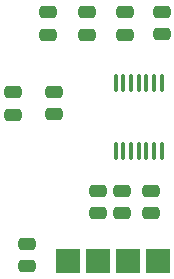
<source format=gbr>
%TF.GenerationSoftware,KiCad,Pcbnew,7.0.7*%
%TF.CreationDate,2023-09-01T15:02:05-05:00*%
%TF.ProjectId,SNES_RGB_BYPASS_AMP,534e4553-5f52-4474-925f-425950415353,rev?*%
%TF.SameCoordinates,Original*%
%TF.FileFunction,Paste,Top*%
%TF.FilePolarity,Positive*%
%FSLAX46Y46*%
G04 Gerber Fmt 4.6, Leading zero omitted, Abs format (unit mm)*
G04 Created by KiCad (PCBNEW 7.0.7) date 2023-09-01 15:02:05*
%MOMM*%
%LPD*%
G01*
G04 APERTURE LIST*
G04 Aperture macros list*
%AMRoundRect*
0 Rectangle with rounded corners*
0 $1 Rounding radius*
0 $2 $3 $4 $5 $6 $7 $8 $9 X,Y pos of 4 corners*
0 Add a 4 corners polygon primitive as box body*
4,1,4,$2,$3,$4,$5,$6,$7,$8,$9,$2,$3,0*
0 Add four circle primitives for the rounded corners*
1,1,$1+$1,$2,$3*
1,1,$1+$1,$4,$5*
1,1,$1+$1,$6,$7*
1,1,$1+$1,$8,$9*
0 Add four rect primitives between the rounded corners*
20,1,$1+$1,$2,$3,$4,$5,0*
20,1,$1+$1,$4,$5,$6,$7,0*
20,1,$1+$1,$6,$7,$8,$9,0*
20,1,$1+$1,$8,$9,$2,$3,0*%
G04 Aperture macros list end*
%ADD10RoundRect,0.250000X-0.475000X0.250000X-0.475000X-0.250000X0.475000X-0.250000X0.475000X0.250000X0*%
%ADD11RoundRect,0.100000X0.100000X-0.637500X0.100000X0.637500X-0.100000X0.637500X-0.100000X-0.637500X0*%
%ADD12RoundRect,0.250000X0.475000X-0.250000X0.475000X0.250000X-0.475000X0.250000X-0.475000X-0.250000X0*%
%ADD13R,2.000000X2.000000*%
G04 APERTURE END LIST*
D10*
%TO.C,C1*%
X128778000Y-83225600D03*
X128778000Y-85125600D03*
%TD*%
D11*
%TO.C,U1*%
X137496000Y-88206500D03*
X138146000Y-88206500D03*
X138796000Y-88206500D03*
X139446000Y-88206500D03*
X140096000Y-88206500D03*
X140746000Y-88206500D03*
X141396000Y-88206500D03*
X141396000Y-82481500D03*
X140746000Y-82481500D03*
X140096000Y-82481500D03*
X139446000Y-82481500D03*
X138796000Y-82481500D03*
X138146000Y-82481500D03*
X137496000Y-82481500D03*
%TD*%
D10*
%TO.C,R5*%
X131775200Y-76469200D03*
X131775200Y-78369200D03*
%TD*%
%TO.C,R4*%
X130000000Y-96050000D03*
X130000000Y-97950000D03*
%TD*%
D12*
%TO.C,R3*%
X136000000Y-93450000D03*
X136000000Y-91550000D03*
%TD*%
D13*
%TO.C,J1*%
X133420000Y-97475000D03*
X135960000Y-97475000D03*
X138500000Y-97475000D03*
X141040000Y-97475000D03*
%TD*%
D12*
%TO.C,R2*%
X138000000Y-93450000D03*
X138000000Y-91550000D03*
%TD*%
D10*
%TO.C,R7*%
X138277600Y-76469200D03*
X138277600Y-78369200D03*
%TD*%
%TO.C,R8*%
X135026400Y-76469200D03*
X135026400Y-78369200D03*
%TD*%
D12*
%TO.C,R1*%
X140500000Y-93450000D03*
X140500000Y-91550000D03*
%TD*%
D10*
%TO.C,R6*%
X141376400Y-76433600D03*
X141376400Y-78333600D03*
%TD*%
%TO.C,C2*%
X132257800Y-83174800D03*
X132257800Y-85074800D03*
%TD*%
M02*

</source>
